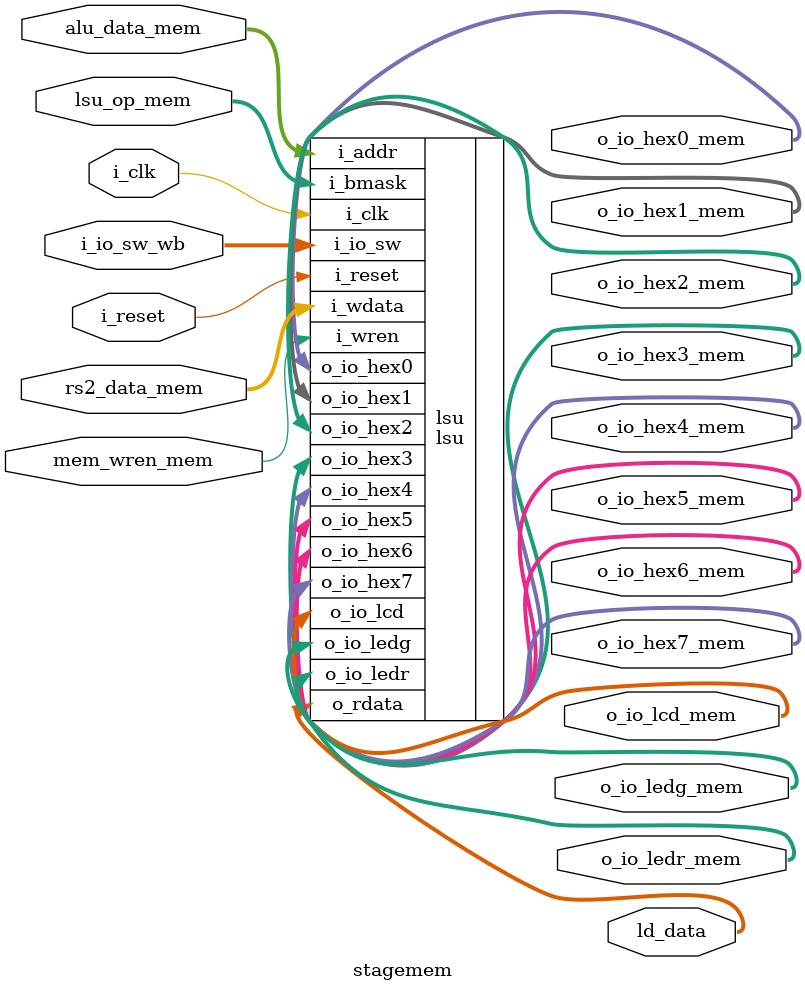
<source format=sv>
module stagemem (
		input logic i_clk, i_reset,
		input logic mem_wren_mem,
		input logic [3:0] lsu_op_mem,
		input logic [31:0] alu_data_mem, rs2_data_mem,
		input logic [31:0] i_io_sw_wb,
		
		output logic [31:0] ld_data, o_io_lcd_mem, o_io_ledg_mem, o_io_ledr_mem,
		output logic [6:0] o_io_hex0_mem, o_io_hex1_mem, o_io_hex2_mem, o_io_hex3_mem, o_io_hex4_mem, o_io_hex5_mem, o_io_hex6_mem, o_io_hex7_mem
);    // LSU (Load/Store Unit)
    lsu lsu (
		.i_clk 	(i_clk),
		.i_reset (i_reset),
		.i_addr 	(alu_data_mem),
		.i_wdata (rs2_data_mem),
		.i_bmask (lsu_op_mem),
		.i_wren	(mem_wren_mem),
		.o_rdata (ld_data),
       .o_io_ledr     (o_io_ledr_mem),
        .o_io_ledg     (o_io_ledg_mem),
        .o_io_hex0     (o_io_hex0_mem),
        .o_io_hex1     (o_io_hex1_mem),
        .o_io_hex2     (o_io_hex2_mem),
        .o_io_hex3     (o_io_hex3_mem),
        .o_io_hex4     (o_io_hex4_mem),
        .o_io_hex5     (o_io_hex5_mem),
        .o_io_hex6     (o_io_hex6_mem),
        .o_io_hex7     (o_io_hex7_mem),
        .o_io_lcd      (o_io_lcd_mem),
        .i_io_sw       (i_io_sw_wb)
		  
    );
endmodule


</source>
